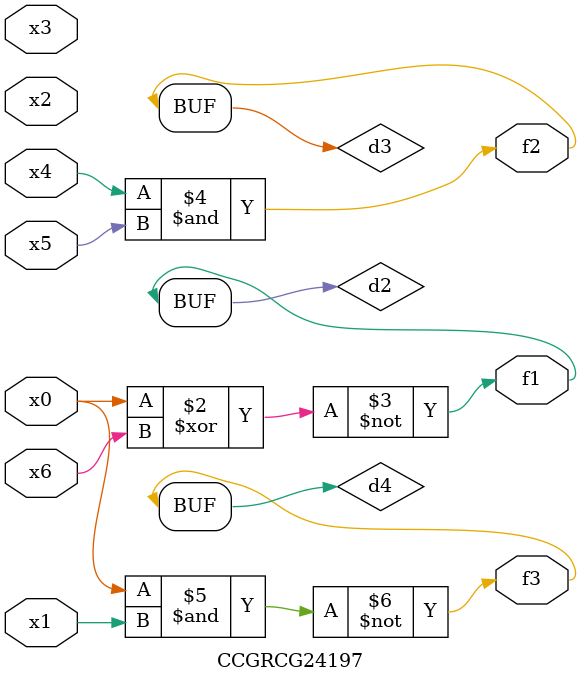
<source format=v>
module CCGRCG24197(
	input x0, x1, x2, x3, x4, x5, x6,
	output f1, f2, f3
);

	wire d1, d2, d3, d4;

	nor (d1, x0);
	xnor (d2, x0, x6);
	and (d3, x4, x5);
	nand (d4, x0, x1);
	assign f1 = d2;
	assign f2 = d3;
	assign f3 = d4;
endmodule

</source>
